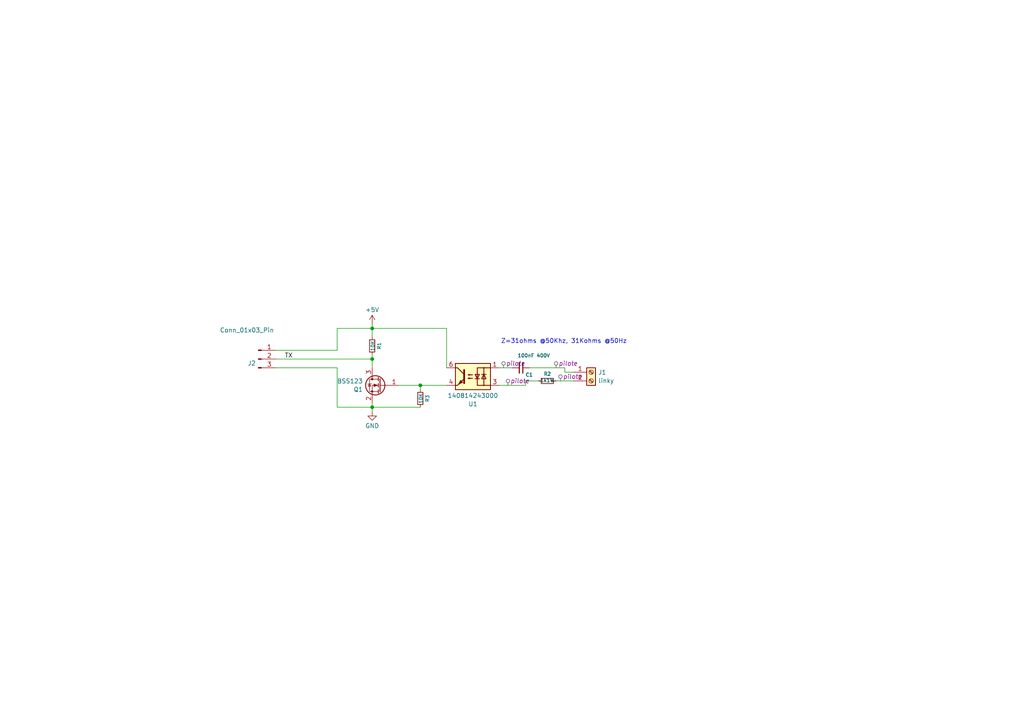
<source format=kicad_sch>
(kicad_sch (version 20231120) (generator "eeschema") (generator_version "8.0")
  (paper "A4")
  (lib_symbols
    (symbol "Connector:Conn_01x03_Pin" (pin_names (offset 1.016) hide)
      (property "Reference" "J" (at 0 5.08 0))
      (property "Value" "Conn_01x03_Pin" (at 0 -5.08 0))
      (symbol "Conn_01x03_Pin_1_1"
        (polyline (pts (xy 1.27 -2.54) (xy 0.8636 -2.54)) (stroke (width 0.1524)))
        (polyline (pts (xy 1.27 0) (xy 0.8636 0)) (stroke (width 0.1524)))
        (polyline (pts (xy 1.27 2.54) (xy 0.8636 2.54)) (stroke (width 0.1524)))
        (rectangle (start 0.8636 -2.413) (end 0 -2.667) (stroke (width 0.1524)) (fill (type outline)))
        (rectangle (start 0.8636 0.127) (end 0 -0.127) (stroke (width 0.1524)) (fill (type outline)))
        (rectangle (start 0.8636 2.667) (end 0 2.413) (stroke (width 0.1524)) (fill (type outline)))
        (pin passive line (at 5.08 2.54 180) (length 3.81) (name "Pin_1") (number "1"))
        (pin passive line (at 5.08 0 180) (length 3.81) (name "Pin_2") (number "2"))
        (pin passive line (at 5.08 -2.54 180) (length 3.81) (name "Pin_3") (number "3"))
      )
    )
    (symbol "Connector:Screw_Terminal_01x02" (pin_names (offset 1.016) hide)
      (property "Reference" "J" (at 0 2.54 0))
      (property "Value" "Screw_Terminal_01x02" (at 0 -5.08 0))
      (symbol "Screw_Terminal_01x02_1_1"
        (rectangle (start -1.27 1.27) (end 1.27 -3.81) (stroke (width 0.254)) (fill (type background)))
        (circle (center 0 -2.54) (radius 0.635) (stroke (width 0.1524)))
        (polyline (pts (xy -0.5334 -2.2098) (xy 0.3302 -3.048)) (stroke (width 0.1524)))
        (polyline (pts (xy -0.5334 0.3302) (xy 0.3302 -0.508)) (stroke (width 0.1524)))
        (polyline (pts (xy -0.3556 -2.032) (xy 0.508 -2.8702)) (stroke (width 0.1524)))
        (polyline (pts (xy -0.3556 0.508) (xy 0.508 -0.3302)) (stroke (width 0.1524)))
        (circle (center 0 0) (radius 0.635) (stroke (width 0.1524)))
        (pin passive line (at -5.08 0 0) (length 3.81) (name "Pin_1") (number "1"))
        (pin passive line (at -5.08 -2.54 0) (length 3.81) (name "Pin_2") (number "2"))
      )
    )
    (symbol "Device:C_Small" (pin_numbers hide) (pin_names (offset 0.254) hide)
      (property "Reference" "C" (at 0.254 1.778 0))
      (property "Value" "C_Small" (at 0.254 -2.032 0))
      (symbol "C_Small_0_1"
        (polyline (pts (xy -1.524 -0.508) (xy 1.524 -0.508)) (stroke (width 0.3302)))
        (polyline (pts (xy -1.524 0.508) (xy 1.524 0.508)) (stroke (width 0.3048)))
      )
      (symbol "C_Small_1_1"
        (pin passive line (at 0 2.54 270) (length 2.032) (name "~") (number "1"))
        (pin passive line (at 0 -2.54 90) (length 2.032) (name "~") (number "2"))
      )
    )
    (symbol "Device:R_Small" (pin_numbers hide) (pin_names (offset 0.254) hide)
      (property "Reference" "R" (at 0.762 0.508 0))
      (property "Value" "R_Small" (at 0.762 -1.016 0))
      (symbol "R_Small_0_1"
        (rectangle (start -0.762 1.778) (end 0.762 -1.778) (stroke (width 0.2032)))
      )
      (symbol "R_Small_1_1"
        (pin passive line (at 0 2.54 270) (length 0.762) (name "~") (number "1"))
        (pin passive line (at 0 -2.54 90) (length 0.762) (name "~") (number "2"))
      )
    )
    (symbol "Isolator:TLP184"
      (property "Reference" "U" (at -5.08 5.08 0))
      (property "Value" "TLP184" (at -5.08 -5.08 0))
      (symbol "TLP184_0_1"
        (rectangle (start -5.08 3.81) (end 5.08 -3.81) (stroke (width 0.254)) (fill (type background)))
        (circle (center -3.175 -2.54) (radius 0.127))
        (circle (center -3.175 2.54) (radius 0.127))
        (polyline (pts (xy -3.81 0.635) (xy -2.54 0.635)) (stroke (width 0.254)))
        (polyline (pts (xy -1.905 -0.635) (xy -0.635 -0.635)) (stroke (width 0.254)))
        (polyline (pts (xy 2.54 1.905) (xy 2.54 -1.905) (xy 2.54 -1.905)) (stroke (width 0.508)))
        (polyline (pts (xy 5.08 -2.54) (xy 4.445 -2.54) (xy 2.54 -0.635)) (stroke (width 0.254)))
        (polyline (pts (xy 5.08 2.54) (xy 4.445 2.54) (xy 2.54 0.635)) (stroke (width 0.254)))
        (polyline (pts (xy -5.08 2.54) (xy -3.175 2.54) (xy -3.175 -2.54) (xy -5.08 -2.54)) (stroke (width 0.254)))
        (polyline (pts (xy -3.175 -2.54) (xy -1.27 -2.54) (xy -1.27 2.54) (xy -3.175 2.54)) (stroke (width 0.254)))
        (polyline (pts (xy -3.175 0.635) (xy -3.81 -0.635) (xy -2.54 -0.635) (xy -3.175 0.635)) (stroke (width 0.254)))
        (polyline (pts (xy -1.27 -0.635) (xy -1.905 0.635) (xy -0.635 0.635) (xy -1.27 -0.635)) (stroke (width 0.254)))
        (polyline (pts (xy 0.127 -0.508) (xy 1.397 -0.508) (xy 1.016 -0.635) (xy 1.016 -0.381) (xy 1.397 -0.508)) (stroke (width 0.254)))
        (polyline (pts (xy 0.127 0.508) (xy 1.397 0.508) (xy 1.016 0.381) (xy 1.016 0.635) (xy 1.397 0.508)) (stroke (width 0.254)))
        (polyline (pts (xy 3.048 -1.651) (xy 3.556 -1.143) (xy 4.064 -2.159) (xy 3.048 -1.651) (xy 3.048 -1.651)) (stroke (width 0.254)) (fill (type outline)))
      )
      (symbol "TLP184_1_1"
        (pin passive line (at -7.62 2.54 0) (length 2.54) (name "~") (number "1"))
        (pin passive line (at -7.62 -2.54 0) (length 2.54) (name "~") (number "3"))
        (pin passive line (at 7.62 -2.54 180) (length 2.54) (name "~") (number "4"))
        (pin passive line (at 7.62 2.54 180) (length 2.54) (name "~") (number "6"))
      )
    )
    (symbol "Transistor_FET:BSS123" (pin_names hide)
      (property "Reference" "Q" (at 5.08 1.905 0))
      (property "Value" "BSS123" (at 5.08 0 0))
      (symbol "BSS123_0_1"
        (polyline (pts (xy 0.254 0) (xy -2.54 0)))
        (polyline (pts (xy 0.254 1.905) (xy 0.254 -1.905)) (stroke (width 0.254)))
        (polyline (pts (xy 0.762 -1.27) (xy 0.762 -2.286)) (stroke (width 0.254)))
        (polyline (pts (xy 0.762 0.508) (xy 0.762 -0.508)) (stroke (width 0.254)))
        (polyline (pts (xy 0.762 2.286) (xy 0.762 1.27)) (stroke (width 0.254)))
        (polyline (pts (xy 2.54 2.54) (xy 2.54 1.778)))
        (polyline (pts (xy 2.54 -2.54) (xy 2.54 0) (xy 0.762 0)))
        (polyline (pts (xy 0.762 -1.778) (xy 3.302 -1.778) (xy 3.302 1.778) (xy 0.762 1.778)))
        (polyline (pts (xy 1.016 0) (xy 2.032 0.381) (xy 2.032 -0.381) (xy 1.016 0)) (fill (type outline)))
        (polyline (pts (xy 2.794 0.508) (xy 2.921 0.381) (xy 3.683 0.381) (xy 3.81 0.254)))
        (polyline (pts (xy 3.302 0.381) (xy 2.921 -0.254) (xy 3.683 -0.254) (xy 3.302 0.381)))
        (circle (center 1.651 0) (radius 2.794) (stroke (width 0.254)))
        (circle (center 2.54 -1.778) (radius 0.254) (fill (type outline)))
        (circle (center 2.54 1.778) (radius 0.254) (fill (type outline)))
      )
      (symbol "BSS123_1_1"
        (pin input line (at -5.08 0 0) (length 2.54) (name "G") (number "1"))
        (pin passive line (at 2.54 -5.08 90) (length 2.54) (name "S") (number "2"))
        (pin passive line (at 2.54 5.08 270) (length 2.54) (name "D") (number "3"))
      )
    )
    (symbol "power:+5V" (power) (pin_numbers hide) (pin_names (offset 0) hide)
      (property "Value" "+5V" (at 0 3.556 0))
      (symbol "+5V_0_1"
        (polyline (pts (xy -0.762 1.27) (xy 0 2.54)))
        (polyline (pts (xy 0 0) (xy 0 2.54)))
        (polyline (pts (xy 0 2.54) (xy 0.762 1.27)))
      )
      (symbol "+5V_1_1"
        (pin power_in line (at 0 0 90) (length 0) (name "~") (number "1"))
      )
    )
    (symbol "power:GND" (power) (pin_numbers hide) (pin_names (offset 0) hide)
      (property "Value" "GND" (at 0 -3.81 0))
      (symbol "GND_0_1"
        (polyline (pts (xy 0 0) (xy 0 -1.27) (xy 1.27 -1.27) (xy 0 -2.54) (xy -1.27 -1.27) (xy 0 -1.27)))
      )
      (symbol "GND_1_1"
        (pin power_in line (at 0 0 270) (length 0) (name "~") (number "1"))
      )
    )
  )
  (junction (at 121.92 111.76))
  (junction (at 107.95 104.14))
  (junction (at 107.95 95.25))
  (junction (at 107.95 118.11))
  (wire (pts (xy 107.95 102.87) (xy 107.95 104.14)))
  (wire (pts (xy 97.79 95.25) (xy 107.95 95.25)))
  (wire (pts (xy 115.57 111.76) (xy 121.92 111.76)))
  (wire (pts (xy 107.95 118.11) (xy 107.95 119.38)))
  (wire (pts (xy 80.01 104.14) (xy 107.95 104.14)))
  (wire (pts (xy 107.95 95.25) (xy 107.95 97.79)))
  (wire (pts (xy 121.92 111.76) (xy 129.54 111.76)))
  (wire (pts (xy 107.95 116.84) (xy 107.95 118.11)))
  (wire (pts (xy 153.67 106.68) (xy 163.83 106.68)))
  (wire (pts (xy 152.4 110.49) (xy 152.4 111.76)))
  (wire (pts (xy 152.4 111.76) (xy 144.78 111.76)))
  (wire (pts (xy 163.83 107.95) (xy 166.37 107.95)))
  (wire (pts (xy 144.78 106.68) (xy 148.59 106.68)))
  (wire (pts (xy 107.95 93.98) (xy 107.95 95.25)))
  (wire (pts (xy 97.79 106.68) (xy 97.79 118.11)))
  (wire (pts (xy 121.92 118.11) (xy 107.95 118.11)))
  (wire (pts (xy 161.29 110.49) (xy 166.37 110.49)))
  (wire (pts (xy 163.83 106.68) (xy 163.83 107.95)))
  (wire (pts (xy 97.79 101.6) (xy 97.79 95.25)))
  (wire (pts (xy 129.54 95.25) (xy 107.95 95.25)))
  (wire (pts (xy 121.92 111.76) (xy 121.92 113.03)))
  (wire (pts (xy 107.95 104.14) (xy 107.95 106.68)))
  (wire (pts (xy 97.79 118.11) (xy 107.95 118.11)))
  (wire (pts (xy 80.01 106.68) (xy 97.79 106.68)))
  (wire (pts (xy 129.54 106.68) (xy 129.54 95.25)))
  (wire (pts (xy 156.21 110.49) (xy 152.4 110.49)))
  (wire (pts (xy 80.01 101.6) (xy 97.79 101.6)))
  (text "Z=31ohms @50Khz, 31Kohms @50Hz" (at 163.576 99.06 0) (effects (font (size 1.27 1.27))))
  (label "TX" (at 82.55 104.14 0))
  (netclass_flag "" (length 1.27) (shape round) (at 147.32 111.76 0) (property "Netclass" "pilote" (at 148.0185 110.49 0) (effects (font (italic yes)) (justify left))))
  (netclass_flag "" (length 1.27) (shape round) (at 162.56 110.49 0) (property "Netclass" "pilote" (at 163.2585 109.22 0) (effects (font (italic yes)) (justify left))))
  (netclass_flag "" (length 1.27) (shape round) (at 146.05 106.68 0) (property "Netclass" "pilote" (at 146.7485 105.41 0) (effects (font (italic yes)) (justify left))))
  (netclass_flag "" (length 1.27) (shape round) (at 161.29 106.68 0) (property "Netclass" "pilote" (at 161.9885 105.41 0) (effects (font (italic yes)) (justify left))))
  (symbol (lib_id "Device:R_Small") (at 158.75 110.49 90) (unit 1)
    (property "Reference" "R2" (at 158.75 108.458 90) (effects (font (size 1.016 1.016))))
    (property "Value" "1k1W" (at 158.7246 110.3122 90) (effects (font (size 1.016 1.016))))
    (property "Footprint" "Resistor_SMD:R_2512_6332Metric_Pad1.40x3.35mm_HandSolder" (effects (hide yes)))
    (property "Description" "Resistor, small symbol" (effects (hide yes)))
    (property "P/N" "CRCW25121K00FKEG" (effects (hide yes)))
  )
  (symbol (lib_id "Device:R_Small") (at 107.95 100.33 0) (unit 1)
    (property "Reference" "R1" (at 109.982 100.33 90) (effects (font (size 1.016 1.016))))
    (property "Value" "10K" (at 108.1278 100.3046 90) (effects (font (size 1.016 1.016))))
    (property "Footprint" "Resistor_SMD:R_0805_2012Metric_Pad1.20x1.40mm_HandSolder" (effects (hide yes)))
    (property "Description" "Resistor, small symbol" (effects (hide yes)))
    (property "P/N" "stock" (effects (hide yes)))
  )
  (symbol (lib_id "Connector:Screw_Terminal_01x02") (at 171.45 107.95 0) (unit 1)
    (property "Reference" "J1" (at 173.482 108.0078 0) (effects (justify left)))
    (property "Value" "linky" (at 173.482 110.4321 0) (effects (justify left)))
    (property "Footprint" "Connector_Phoenix_MC:PhoenixContact_MCV_1,5_2-G-3.5_1x02_P3.50mm_Vertical" (effects (hide yes)))
    (property "Description" "Generic screw terminal, single row, 01x02, script generated (kicad-library-utils/schlib/autogen/connector/)" (effects (hide yes)))
    (property "P/N" "YO0201500000G x1" (effects (hide yes)))
  )
  (symbol (lib_id "Isolator:TLP184") (at 137.16 109.22 0) (mirror y) (unit 1)
    (property "Reference" "U1" (at 137.16 117.1745 0))
    (property "Value" "140814243000" (at 137.16 114.7502 0))
    (property "Footprint" "Package_SO:MFSOP6-4_4.4x3.6mm_P1.27mm" (effects (hide yes)))
    (property "Datasheet" "https://toshiba.semicon-storage.com/info/docget.jsp?did=11793&prodName=TLP184" (effects (hide yes)))
    (property "Description" "AC/DC Optocoupler, Vce 80V, CTR 50-100%, MFSOP6" (effects (hide yes)))
    (property "P/N" "140814243000" (effects (hide yes)))
  )
  (symbol (lib_id "Device:C_Small") (at 151.13 106.68 270) (unit 1)
    (property "Reference" "C1" (at 152.4 108.712 90) (effects (font (size 1.016 1.016)) (justify left)))
    (property "Value" "100nF 400V" (at 150.114 103.124 90) (effects (font (size 1.016 1.016)) (justify left)))
    (property "Footprint" "Capacitor_SMD:C_1812_4532Metric" (effects (hide yes)))
    (property "Description" "Unpolarized capacitor, small symbol" (effects (hide yes)))
    (property "P/N" "C1808X104KBRAC" (effects (hide yes)))
  )
  (symbol (lib_id "Transistor_FET:BSS123") (at 110.49 111.76 0) (mirror y) (unit 1)
    (property "Reference" "Q1" (at 105.2831 112.9722 0) (effects (justify left)))
    (property "Value" "BSS123" (at 105.2831 110.5479 0) (effects (justify left)))
    (property "Footprint" "Package_TO_SOT_SMD:SOT-23" (effects (hide yes)))
    (property "Datasheet" "http://www.diodes.com/assets/Datasheets/ds30366.pdf" (effects (hide yes)))
    (property "Description" "0.17A Id, 100V Vds, N-Channel MOSFET, SOT-23" (effects (hide yes)))
    (property "P/N" "BSS123 (stock)" (effects (hide yes)))
  )
  (symbol (lib_id "power:GND") (at 107.95 119.38 0) (unit 1)
    (property "Reference" "#PWR02" (effects (hide yes)))
    (property "Value" "GND" (at 107.95 123.5131 0))
    (property "Description" "Power symbol creates a global label with name \"GND\" , ground" (effects (hide yes)))
  )
  (symbol (lib_id "Connector:Conn_01x03_Pin") (at 74.93 104.14 0) (unit 1)
    (property "Reference" "J2" (at 74.2188 105.3522 0) (effects (justify right)))
    (property "Value" "Conn_01x03_Pin" (at 79.502 95.758 0) (effects (justify right)))
    (property "Footprint" "Connector_PinHeader_2.54mm:PinHeader_1x03_P2.54mm_Vertical" (effects (hide yes)))
    (property "Description" "Generic connector, single row, 01x03, script generated" (effects (hide yes)))
  )
  (symbol (lib_id "Device:R_Small") (at 121.92 115.57 0) (unit 1)
    (property "Reference" "R3" (at 123.952 115.57 90) (effects (font (size 1.016 1.016))))
    (property "Value" "10K" (at 122.0978 115.5446 90) (effects (font (size 1.016 1.016))))
    (property "Footprint" "Resistor_SMD:R_0805_2012Metric_Pad1.20x1.40mm_HandSolder" (effects (hide yes)))
    (property "Description" "Resistor, small symbol" (effects (hide yes)))
    (property "P/N" "stock" (effects (hide yes)))
  )
  (symbol (lib_id "power:+5V") (at 107.95 93.98 0) (unit 1)
    (property "Reference" "#PWR01" (effects (hide yes)))
    (property "Value" "+5V" (at 107.95 89.8469 0))
    (property "Description" "Power symbol creates a global label with name \"+5V\"" (effects (hide yes)))
  )
)
</source>
